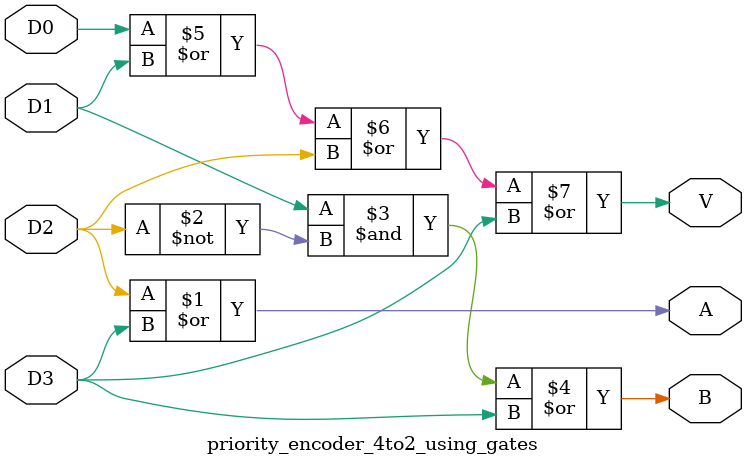
<source format=v>
`timescale 1ns / 1ps



module priority_encoder_4to2_using_gates(
input D0,D1,D2,D3,
output A,B,V
    );
    

assign A= D2 | D3;
assign B= (D1 & (~D2)) | D3;
assign V= D0 | D1 | D2 | D3; 

endmodule
</source>
